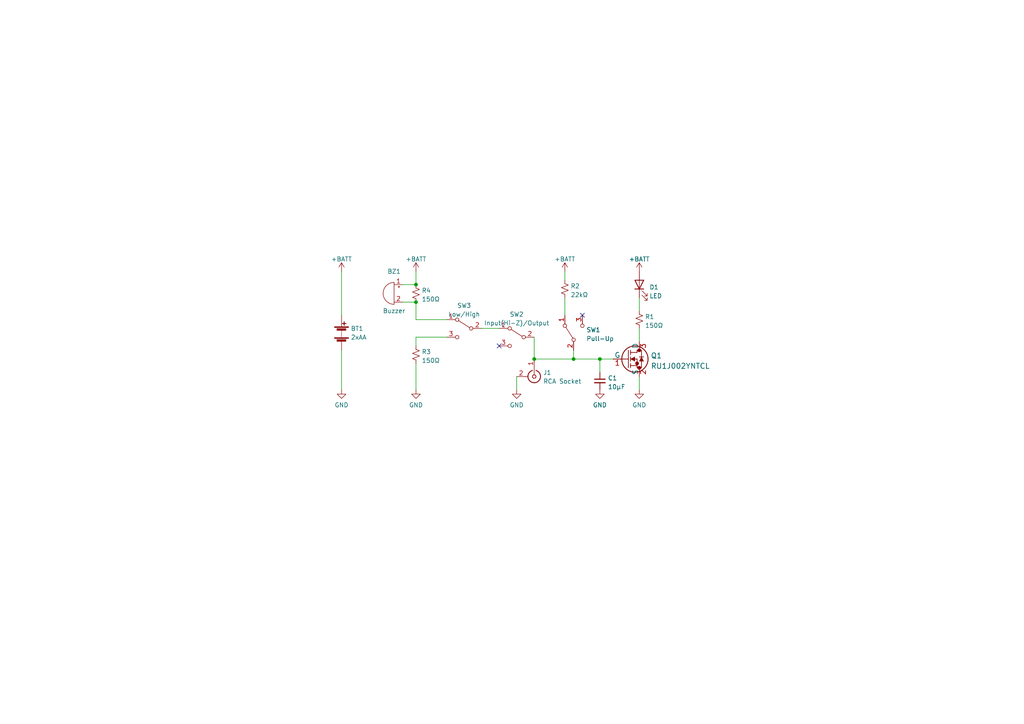
<source format=kicad_sch>
(kicad_sch (version 20211123) (generator eeschema)
  (paper "A4")
  (title_block (title "TixBoard Communications Education Board") (date "2022-04-14") (rev "1") (company "QuarterWave Engineering") (comment 2 "Design Changes: Cost reduction, MOSFET changed to more suitable model with lower Vth") (comment 3 "Original Idea and design: https://twitter.com/m_ou_se/status/1511085846769848329") (comment 4 "[Designed with <3 in San Diego - Licensed under MIT License]"))
  (lib_symbols
    (symbol "Connector:Conn_Coaxial" (pin_names (offset 1.016) hide)
      (property "Reference" "J" (at 0.254 3.048 0))
      (property "Value" "Conn_Coaxial" (at 2.921 0 90))
      (symbol "Conn_Coaxial_0_1"
        (arc (start -1.778 -0.508) (mid 0.222 -1.808) (end 1.778 0) (stroke (width 0.254)))
        (polyline (pts (xy -2.54 0) (xy -0.508 0)))
        (polyline (pts (xy 0 -2.54) (xy 0 -1.778)))
        (circle (center 0 0) (radius 0.508) (stroke (width 0.2032)))
        (arc (start 1.778 0) (mid 0.222 1.8083) (end -1.778 0.508) (stroke (width 0.254)))
      )
      (symbol "Conn_Coaxial_1_1"
        (pin passive line (at -5.08 0 0) (length 2.54) (name "In") (number "1"))
        (pin passive line (at 0 -5.08 90) (length 2.54) (name "Ext") (number "2"))
      )
    )
    (symbol "Device:Battery" (pin_numbers hide) (pin_names (offset 0) hide)
      (property "Reference" "BT" (at 2.54 2.54 0))
      (property "Value" "Battery" (at 2.54 0 0))
      (symbol "Battery_0_1"
        (rectangle (start -2.032 -1.397) (end 2.032 -1.651) (fill (type outline)))
        (rectangle (start -2.032 1.778) (end 2.032 1.524) (fill (type outline)))
        (rectangle (start -1.3208 -1.9812) (end 1.27 -2.4892) (fill (type outline)))
        (rectangle (start -1.3208 1.1938) (end 1.27 0.6858) (fill (type outline)))
        (polyline (pts (xy 0 -1.524) (xy 0 -1.27)))
        (polyline (pts (xy 0 -1.016) (xy 0 -0.762)))
        (polyline (pts (xy 0 -0.508) (xy 0 -0.254)))
        (polyline (pts (xy 0 0) (xy 0 0.254)))
        (polyline (pts (xy 0 0.508) (xy 0 0.762)))
        (polyline (pts (xy 0 1.778) (xy 0 2.54)))
        (polyline (pts (xy 0.254 2.667) (xy 1.27 2.667)) (stroke (width 0.254)))
        (polyline (pts (xy 0.762 3.175) (xy 0.762 2.159)) (stroke (width 0.254)))
      )
      (symbol "Battery_1_1"
        (pin passive line (at 0 5.08 270) (length 2.54) (name "+") (number "1"))
        (pin passive line (at 0 -5.08 90) (length 2.54) (name "-") (number "2"))
      )
    )
    (symbol "Device:Buzzer" (pin_names (offset 0.0254) hide)
      (property "Reference" "BZ" (at 3.81 1.27 0))
      (property "Value" "Buzzer" (at 3.81 -1.27 0))
      (symbol "Buzzer_0_1"
        (arc (start 0 -3.175) (mid 3.175 0) (end 0 3.175))
        (polyline (pts (xy -1.651 1.905) (xy -1.143 1.905)))
        (polyline (pts (xy -1.397 2.159) (xy -1.397 1.651)))
        (polyline (pts (xy 0 3.175) (xy 0 -3.175)))
      )
      (symbol "Buzzer_1_1"
        (pin passive line (at -2.54 2.54 0) (length 2.54) (name "-") (number "1"))
        (pin passive line (at -2.54 -2.54 0) (length 2.54) (name "+") (number "2"))
      )
    )
    (symbol "Device:C_Small" (pin_numbers hide) (pin_names (offset 0.254) hide)
      (property "Reference" "C" (at 0.254 1.778 0))
      (property "Value" "C_Small" (at 0.254 -2.032 0))
      (symbol "C_Small_0_1"
        (polyline (pts (xy -1.524 -0.508) (xy 1.524 -0.508)) (stroke (width 0.3302)))
        (polyline (pts (xy -1.524 0.508) (xy 1.524 0.508)) (stroke (width 0.3048)))
      )
      (symbol "C_Small_1_1"
        (pin passive line (at 0 2.54 270) (length 2.032) (name "~") (number "1"))
        (pin passive line (at 0 -2.54 90) (length 2.032) (name "~") (number "2"))
      )
    )
    (symbol "Device:LED" (pin_numbers hide) (pin_names (offset 1.016) hide)
      (property "Reference" "D" (at 0 2.54 0))
      (property "Value" "LED" (at 0 -2.54 0))
      (symbol "LED_0_1"
        (polyline (pts (xy -1.27 -1.27) (xy -1.27 1.27)) (stroke (width 0.254)))
        (polyline (pts (xy -1.27 0) (xy 1.27 0)))
        (polyline (pts (xy 1.27 -1.27) (xy 1.27 1.27) (xy -1.27 0) (xy 1.27 -1.27)) (stroke (width 0.254)))
        (polyline (pts (xy -3.048 -0.762) (xy -4.572 -2.286) (xy -3.81 -2.286) (xy -4.572 -2.286) (xy -4.572 -1.524)))
        (polyline (pts (xy -1.778 -0.762) (xy -3.302 -2.286) (xy -2.54 -2.286) (xy -3.302 -2.286) (xy -3.302 -1.524)))
      )
      (symbol "LED_1_1"
        (pin passive line (at -3.81 0 0) (length 2.54) (name "K") (number "1"))
        (pin passive line (at 3.81 0 180) (length 2.54) (name "A") (number "2"))
      )
    )
    (symbol "Device:R_Small_US" (pin_numbers hide) (pin_names (offset 0.254) hide)
      (property "Reference" "R" (at 0.762 0.508 0))
      (property "Value" "R_Small_US" (at 0.762 -1.016 0))
      (symbol "R_Small_US_1_1"
        (polyline (pts (xy 0 0) (xy 1.016 -0.381) (xy 0 -0.762) (xy -1.016 -1.143) (xy 0 -1.524)))
        (polyline (pts (xy 0 1.524) (xy 1.016 1.143) (xy 0 0.762) (xy -1.016 0.381) (xy 0 0)))
        (pin passive line (at 0 2.54 270) (length 1.016) (name "~") (number "1"))
        (pin passive line (at 0 -2.54 90) (length 1.016) (name "~") (number "2"))
      )
    )
    (symbol "RU1J002YN:RU1J002YNTCL" (pin_names (offset 0))
      (property "Reference" "R" (at 11.43 1.905 0))
      (property "Value" "RU1J002YNTCL" (at 11.43 -5.08 0))
      (symbol "RU1J002YNTCL_1_1"
        (polyline (pts (xy 2.54 0) (xy 4.445 0)) (stroke (width 0.2032)))
        (polyline (pts (xy 4.445 -2.54) (xy 4.445 2.54)) (stroke (width 0.2032)))
        (polyline (pts (xy 5.08 -2.54) (xy 5.08 -1.27)) (stroke (width 0.2032)))
        (polyline (pts (xy 5.08 -1.905) (xy 6.985 -1.905)) (stroke (width 0.2032)))
        (polyline (pts (xy 5.08 -0.635) (xy 5.08 0.635)) (stroke (width 0.2032)))
        (polyline (pts (xy 5.08 1.27) (xy 5.08 2.54)) (stroke (width 0.2032)))
        (polyline (pts (xy 5.08 1.905) (xy 6.985 1.905)) (stroke (width 0.2032)))
        (polyline (pts (xy 6.35 0) (xy 6.985 0)) (stroke (width 0.2032)))
        (polyline (pts (xy 6.985 -2.54) (xy 6.985 0)) (stroke (width 0.2032)))
        (polyline (pts (xy 6.985 -2.54) (xy 8.255 -2.54)) (stroke (width 0.2032)))
        (polyline (pts (xy 6.985 1.905) (xy 6.985 2.54)) (stroke (width 0.2032)))
        (polyline (pts (xy 6.985 2.54) (xy 8.255 2.54)) (stroke (width 0.2032)))
        (polyline (pts (xy 8.255 -2.54) (xy 8.255 -0.635)) (stroke (width 0.2032)))
        (polyline (pts (xy 8.255 0.635) (xy 8.255 2.54)) (stroke (width 0.2032)))
        (polyline (pts (xy 8.89 0.635) (xy 7.62 0.635)) (stroke (width 0.2032)))
        (polyline (pts (xy 6.35 0.635) (xy 5.08 0) (xy 6.35 -0.635) (xy 6.35 0.635)) (stroke (width 0.0254)) (fill (type outline)))
        (polyline (pts (xy 8.89 -0.635) (xy 7.62 -0.635) (xy 8.255 0.635) (xy 8.89 -0.635)) (stroke (width 0.0254)) (fill (type outline)))
        (circle (center 6.35 0) (radius 3.81) (stroke (width 0.254)))
        (circle (center 6.985 -1.27) (radius 0.0254) (stroke (width 0.508)))
        (circle (center 7.62 -2.54) (radius 0.0254) (stroke (width 0.508)))
        (circle (center 7.62 2.54) (radius 0.0254) (stroke (width 0.508)))
        (pin unspecified line (at 0 0 0) (length 2.54) (name "G") (number "1"))
        (pin unspecified line (at 7.62 -5.08 90) (length 2.54) (name "S") (number "2"))
        (pin unspecified line (at 7.62 5.08 270) (length 2.54) (name "D") (number "3"))
      )
    )
    (symbol "Switch:SW_SPDT" (pin_names (offset 0) hide)
      (property "Reference" "SW" (at 0 4.318 0))
      (property "Value" "SW_SPDT" (at 0 -5.08 0))
      (symbol "SW_SPDT_0_0"
        (circle (center -2.032 0) (radius 0.508))
        (circle (center 2.032 -2.54) (radius 0.508))
      )
      (symbol "SW_SPDT_0_1"
        (polyline (pts (xy -1.524 0.254) (xy 1.651 2.286)))
        (circle (center 2.032 2.54) (radius 0.508))
      )
      (symbol "SW_SPDT_1_1"
        (pin passive line (at 5.08 2.54 180) (length 2.54) (name "A") (number "1"))
        (pin passive line (at -5.08 0 0) (length 2.54) (name "B") (number "2"))
        (pin passive line (at 5.08 -2.54 180) (length 2.54) (name "C") (number "3"))
      )
    )
    (symbol "power:+BATT" (power) (pin_names (offset 0))
      (property "Value" "+BATT" (at 0 3.556 0))
      (symbol "+BATT_0_1"
        (polyline (pts (xy -0.762 1.27) (xy 0 2.54)))
        (polyline (pts (xy 0 0) (xy 0 2.54)))
        (polyline (pts (xy 0 2.54) (xy 0.762 1.27)))
      )
      (symbol "+BATT_1_1"
        (pin power_in line (at 0 0 90) (length 0) hide (name "+BATT") (number "1"))
      )
    )
    (symbol "power:GND" (power) (pin_names (offset 0))
      (property "Value" "GND" (at 0 -3.81 0))
      (symbol "GND_0_1"
        (polyline (pts (xy 0 0) (xy 0 -1.27) (xy 1.27 -1.27) (xy 0 -2.54) (xy -1.27 -1.27) (xy 0 -1.27)))
      )
      (symbol "GND_1_1"
        (pin power_in line (at 0 0 270) (length 0) hide (name "GND") (number "1"))
      )
    )
  )
  (junction (at 120.65 87.63))
  (junction (at 154.94 104.14))
  (junction (at 120.65 82.55))
  (junction (at 173.99 104.14))
  (junction (at 166.37 104.14))
  (no_connect (at 144.78 100.33))
  (no_connect (at 168.91 91.44))
  (wire (pts (xy 185.42 86.36) (xy 185.42 90.17)))
  (wire (pts (xy 99.06 101.6) (xy 99.06 113.03)))
  (wire (pts (xy 99.06 78.74) (xy 99.06 91.44)))
  (wire (pts (xy 116.84 82.55) (xy 120.65 82.55)))
  (wire (pts (xy 149.86 109.22) (xy 149.86 113.03)))
  (wire (pts (xy 139.7 95.25) (xy 144.78 95.25)))
  (wire (pts (xy 185.42 95.25) (xy 185.42 99.06)))
  (wire (pts (xy 166.37 104.14) (xy 154.94 104.14)))
  (wire (pts (xy 163.83 81.28) (xy 163.83 78.74)))
  (wire (pts (xy 120.65 87.63) (xy 120.65 92.71)))
  (wire (pts (xy 173.99 104.14) (xy 177.8 104.14)))
  (wire (pts (xy 129.54 97.79) (xy 120.65 97.79)))
  (wire (pts (xy 120.65 78.74) (xy 120.65 82.55)))
  (wire (pts (xy 185.42 109.22) (xy 185.42 113.03)))
  (wire (pts (xy 129.54 92.71) (xy 120.65 92.71)))
  (wire (pts (xy 116.84 87.63) (xy 120.65 87.63)))
  (wire (pts (xy 166.37 104.14) (xy 166.37 101.6)))
  (wire (pts (xy 120.65 105.41) (xy 120.65 113.03)))
  (wire (pts (xy 154.94 97.79) (xy 154.94 104.14)))
  (wire (pts (xy 120.65 97.79) (xy 120.65 100.33)))
  (wire (pts (xy 173.99 107.95) (xy 173.99 104.14)))
  (wire (pts (xy 163.83 86.36) (xy 163.83 91.44)))
  (wire (pts (xy 173.99 104.14) (xy 166.37 104.14)))
  (symbol (lib_id "power:GND") (at 173.99 113.03 0) (unit 1)
    (property "Reference" "#PWR0103" (effects hide))
    (property "Value" "GND" (at 173.99 117.4734 0))
  )
  (symbol (lib_id "power:GND") (at 185.42 113.03 0) (unit 1)
    (property "Reference" "#PWR0102" (effects hide))
    (property "Value" "GND" (at 185.42 117.4734 0))
  )
  (symbol (lib_id "power:+BATT") (at 163.83 78.74 0) (unit 1)
    (property "Reference" "#PWR0105" (effects hide))
    (property "Value" "+BATT" (at 163.83 75.1642 0))
  )
  (symbol (lib_id "power:+BATT") (at 185.42 78.74 0) (unit 1)
    (property "Reference" "#PWR0104" (effects hide))
    (property "Value" "+BATT" (at 185.42 75.1642 0))
  )
  (symbol (lib_id "Connector:Conn_Coaxial") (at 154.94 109.22 270) (unit 1)
    (property "Reference" "J1" (at 157.5286 108.0678 90) (effects (justify left)))
    (property "Value" "RCA Socket" (at 157.5286 110.6047 90) (effects (justify left)))
    (property "Footprint" "KLPX-0848A-2-B:KLPX-0848A-2-B" (effects hide))
    (property "Datasheet" " ~" (effects hide))
  )
  (symbol (lib_id "Device:LED") (at 185.42 82.55 90) (unit 1)
    (property "Reference" "D1" (at 188.341 83.3028 90) (effects (justify right)))
    (property "Value" "LED" (at 188.341 85.8397 90) (effects (justify right)))
    (property "Footprint" "LED_SMD:LED_0603_1608Metric_Pad1.05x0.95mm_HandSolder" (effects hide))
  )
  (symbol (lib_id "Device:R_Small_US") (at 120.65 102.87 180) (unit 1)
    (property "Reference" "R3" (at 122.301 102.0353 0) (effects (justify right)))
    (property "Value" "150Ω" (at 122.301 104.5722 0) (effects (justify right)))
    (property "Footprint" "Resistor_SMD:R_0603_1608Metric_Pad0.98x0.95mm_HandSolder" (effects hide))
  )
  (symbol (lib_id "power:GND") (at 149.86 113.03 0) (unit 1)
    (property "Reference" "#PWR0101" (effects hide))
    (property "Value" "GND" (at 149.86 117.4734 0))
  )
  (symbol (lib_id "Device:Battery") (at 99.06 96.52 0) (unit 1)
    (property "Reference" "BT1" (at 101.727 95.3043 0) (effects (justify left)))
    (property "Value" "2xAA" (at 101.727 97.8412 0) (effects (justify left)))
    (property "Footprint" "BC2AAPC:BAT_BC2AAPC" (effects hide))
  )
  (symbol (lib_id "Device:R_Small_US") (at 185.42 92.71 0) (unit 1)
    (property "Reference" "R1" (at 187.071 91.8753 0) (effects (justify left)))
    (property "Value" "150Ω" (at 187.071 94.4122 0) (effects (justify left)))
    (property "Footprint" "Resistor_SMD:R_0603_1608Metric_Pad0.98x0.95mm_HandSolder" (effects hide))
  )
  (symbol (lib_id "power:GND") (at 99.06 113.03 0) (unit 1)
    (property "Reference" "#PWR0109" (effects hide))
    (property "Value" "GND" (at 99.06 117.4734 0))
  )
  (symbol (lib_id "Device:C_Small") (at 173.99 110.49 0) (unit 1)
    (property "Reference" "C1" (at 176.3141 109.6616 0) (effects (justify left)))
    (property "Value" "10μF" (at 176.3141 112.1985 0) (effects (justify left)))
    (property "Footprint" "Capacitor_SMD:C_0603_1608Metric_Pad1.08x0.95mm_HandSolder" (effects hide))
  )
  (symbol (lib_id "power:+BATT") (at 120.65 78.74 0) (unit 1)
    (property "Reference" "#PWR0106" (effects hide))
    (property "Value" "+BATT" (at 120.65 75.1642 0))
  )
  (symbol (lib_id "RU1J002YN:RU1J002YNTCL") (at 177.8 104.14 0) (unit 1)
    (property "Reference" "Q1" (at 188.722 103.1638 0) (effects (font (size 1.524 1.524)) (justify left)))
    (property "Value" "RU1J002YNTCL" (at 188.722 106.1572 0) (effects (font (size 1.524 1.524)) (justify left)))
    (property "Footprint" "Package_TO_SOT_SMD:SOT-323_SC-70_Handsoldering" (effects hide))
  )
  (symbol (lib_id "power:+BATT") (at 99.06 78.74 0) (unit 1)
    (property "Reference" "#PWR0107" (effects hide))
    (property "Value" "+BATT" (at 99.06 75.1642 0))
  )
  (symbol (lib_id "Switch:SW_SPDT") (at 134.62 95.25 0) (mirror y) (unit 1)
    (property "Reference" "SW3" (at 134.62 88.6292 0))
    (property "Value" "Low/High" (at 134.62 91.1661 0))
    (property "Footprint" "EG1218:EG1218" (effects hide))
  )
  (symbol (lib_id "Switch:SW_SPDT") (at 166.37 96.52 90) (unit 1)
    (property "Reference" "SW1" (at 170.053 95.6853 90) (effects (justify right)))
    (property "Value" "Pull-Up" (at 170.053 98.2222 90) (effects (justify right)))
    (property "Footprint" "EG1218:EG1218" (effects hide))
  )
  (symbol (lib_id "Device:Buzzer") (at 114.3 85.09 0) (mirror y) (unit 1)
    (property "Reference" "BZ1" (at 114.3 78.74 0))
    (property "Value" "Buzzer" (at 114.3 90.17 0))
    (property "Footprint" "PKM13EPYH4000-A0:SPKR_PKM13EPYH4000-A0" (effects hide))
  )
  (symbol (lib_id "Device:R_Small_US") (at 163.83 83.82 0) (unit 1)
    (property "Reference" "R2" (at 165.481 82.9853 0) (effects (justify left)))
    (property "Value" "22kΩ" (at 165.481 85.5222 0) (effects (justify left)))
    (property "Footprint" "Resistor_SMD:R_0603_1608Metric_Pad0.98x0.95mm_HandSolder" (effects hide))
  )
  (symbol (lib_id "Switch:SW_SPDT") (at 149.86 97.79 0) (mirror y) (unit 1)
    (property "Reference" "SW2" (at 149.86 91.1692 0))
    (property "Value" "Input(Hi-Z)/Output" (at 149.86 93.7061 0))
    (property "Footprint" "EG1218:EG1218" (effects hide))
  )
  (symbol (lib_id "power:GND") (at 120.65 113.03 0) (unit 1)
    (property "Reference" "#PWR0108" (effects hide))
    (property "Value" "GND" (at 120.65 117.4734 0))
  )
  (symbol (lib_id "Device:R_Small_US") (at 120.65 85.09 0) (unit 1)
    (property "Reference" "R4" (at 122.301 84.2553 0) (effects (justify left)))
    (property "Value" "150Ω" (at 122.301 86.7922 0) (effects (justify left)))
    (property "Footprint" "Resistor_SMD:R_0603_1608Metric_Pad0.98x0.95mm_HandSolder" (effects hide))
  )
)
</source>
